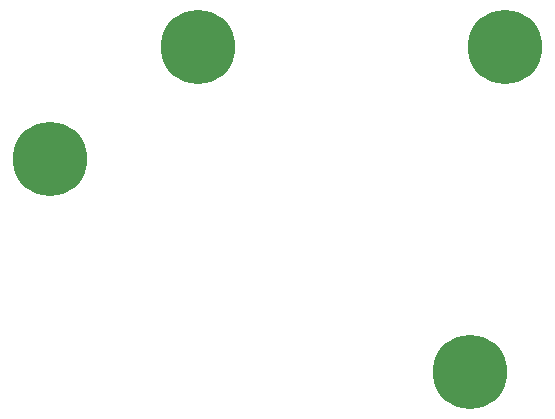
<source format=gbr>
G04 #@! TF.GenerationSoftware,KiCad,Pcbnew,6.0.2+dfsg-1*
G04 #@! TF.CreationDate,2022-08-12T21:34:55-04:00*
G04 #@! TF.ProjectId,RUSP_Faceplate,52555350-5f46-4616-9365-706c6174652e,rev?*
G04 #@! TF.SameCoordinates,Original*
G04 #@! TF.FileFunction,Soldermask,Top*
G04 #@! TF.FilePolarity,Negative*
%FSLAX46Y46*%
G04 Gerber Fmt 4.6, Leading zero omitted, Abs format (unit mm)*
G04 Created by KiCad (PCBNEW 6.0.2+dfsg-1) date 2022-08-12 21:34:55*
%MOMM*%
%LPD*%
G01*
G04 APERTURE LIST*
%ADD10C,6.300000*%
G04 APERTURE END LIST*
D10*
G04 #@! TO.C,H2*
X118292000Y-81180000D03*
G04 #@! TD*
G04 #@! TO.C,H1*
X130792000Y-71680000D03*
G04 #@! TD*
G04 #@! TO.C,H3*
X153792000Y-99180000D03*
G04 #@! TD*
G04 #@! TO.C,H5*
X156792000Y-71680000D03*
G04 #@! TD*
M02*

</source>
